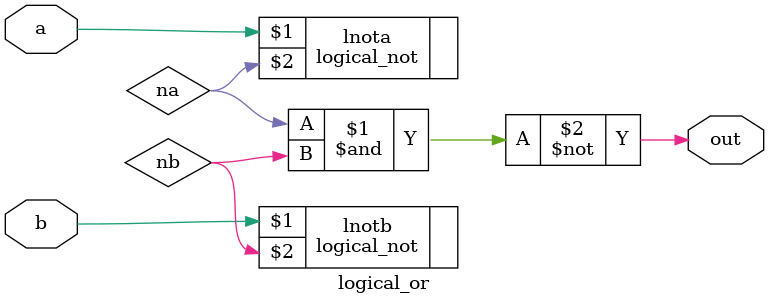
<source format=v>
module logical_or (
    input a, b,
    output out
);

wire na, nb;

logical_not lnota(a, na);
logical_not lnotb(b, nb);
assign out = na ~& nb;

endmodule

</source>
